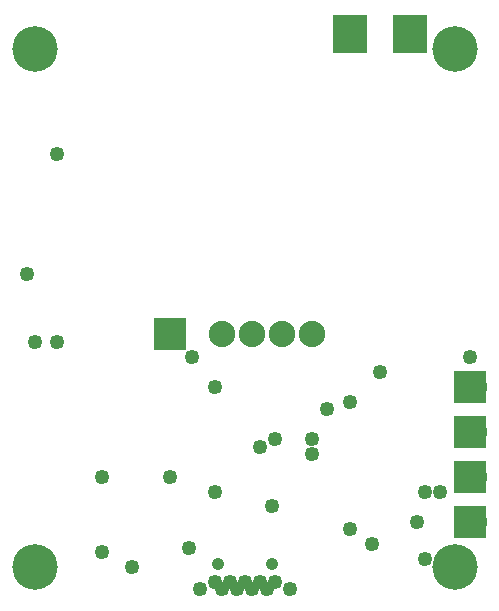
<source format=gbs>
G04 MADE WITH FRITZING*
G04 WWW.FRITZING.ORG*
G04 DOUBLE SIDED*
G04 HOLES PLATED*
G04 CONTOUR ON CENTER OF CONTOUR VECTOR*
%ASAXBY*%
%FSLAX23Y23*%
%MOIN*%
%OFA0B0*%
%SFA1.0B1.0*%
%ADD10C,0.069055*%
%ADD11C,0.088000*%
%ADD12C,0.049370*%
%ADD13C,0.041496*%
%ADD14C,0.151732*%
%ADD15R,0.110000X0.110000*%
%ADD16R,0.112362X0.128110*%
%ADD17R,0.001000X0.001000*%
%LNMASK0*%
G90*
G70*
G54D10*
X1599Y268D03*
X1599Y418D03*
X1599Y568D03*
X1599Y718D03*
G54D11*
X749Y893D03*
X849Y893D03*
X949Y893D03*
X1049Y893D03*
X749Y893D03*
X849Y893D03*
X949Y893D03*
X1049Y893D03*
X1174Y1893D03*
X1374Y1893D03*
X1174Y1893D03*
X1374Y1893D03*
G54D12*
X637Y180D03*
X1249Y193D03*
X1474Y368D03*
X1399Y268D03*
X1424Y368D03*
X124Y868D03*
X1274Y768D03*
X849Y43D03*
X874Y518D03*
X799Y43D03*
X824Y68D03*
X674Y43D03*
X974Y43D03*
X1099Y643D03*
X916Y320D03*
X1424Y143D03*
X349Y168D03*
X449Y118D03*
X724Y368D03*
X1174Y243D03*
X724Y718D03*
X924Y543D03*
X574Y418D03*
X349Y418D03*
X99Y1093D03*
X874Y68D03*
X774Y68D03*
X899Y43D03*
X749Y43D03*
X924Y68D03*
X724Y68D03*
G54D13*
X914Y128D03*
X735Y128D03*
G54D12*
X1574Y818D03*
X199Y1493D03*
X1049Y493D03*
X1174Y668D03*
X199Y868D03*
X1049Y543D03*
X649Y818D03*
G54D14*
X1524Y1843D03*
X1524Y118D03*
X124Y1843D03*
X124Y118D03*
G54D15*
X574Y893D03*
X1574Y718D03*
X1574Y568D03*
X1574Y418D03*
X1574Y268D03*
G54D16*
X1374Y1893D03*
X1174Y1893D03*
G54D17*
D02*
G04 End of Mask0*
M02*
</source>
